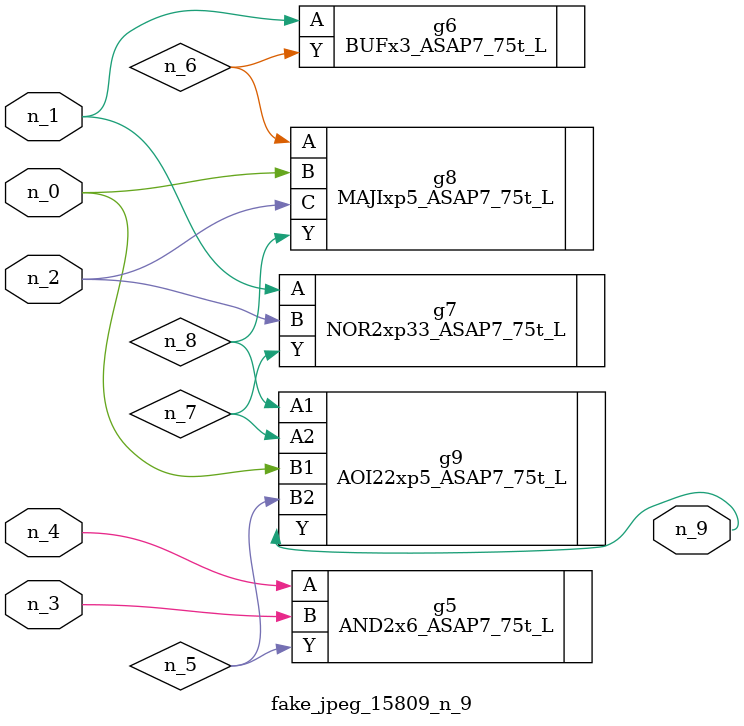
<source format=v>
module fake_jpeg_15809_n_9 (n_3, n_2, n_1, n_0, n_4, n_9);

input n_3;
input n_2;
input n_1;
input n_0;
input n_4;

output n_9;

wire n_8;
wire n_6;
wire n_5;
wire n_7;

AND2x6_ASAP7_75t_L g5 ( 
.A(n_4),
.B(n_3),
.Y(n_5)
);

BUFx3_ASAP7_75t_L g6 ( 
.A(n_1),
.Y(n_6)
);

NOR2xp33_ASAP7_75t_L g7 ( 
.A(n_1),
.B(n_2),
.Y(n_7)
);

MAJIxp5_ASAP7_75t_L g8 ( 
.A(n_6),
.B(n_0),
.C(n_2),
.Y(n_8)
);

AOI22xp5_ASAP7_75t_L g9 ( 
.A1(n_8),
.A2(n_7),
.B1(n_0),
.B2(n_5),
.Y(n_9)
);


endmodule
</source>
